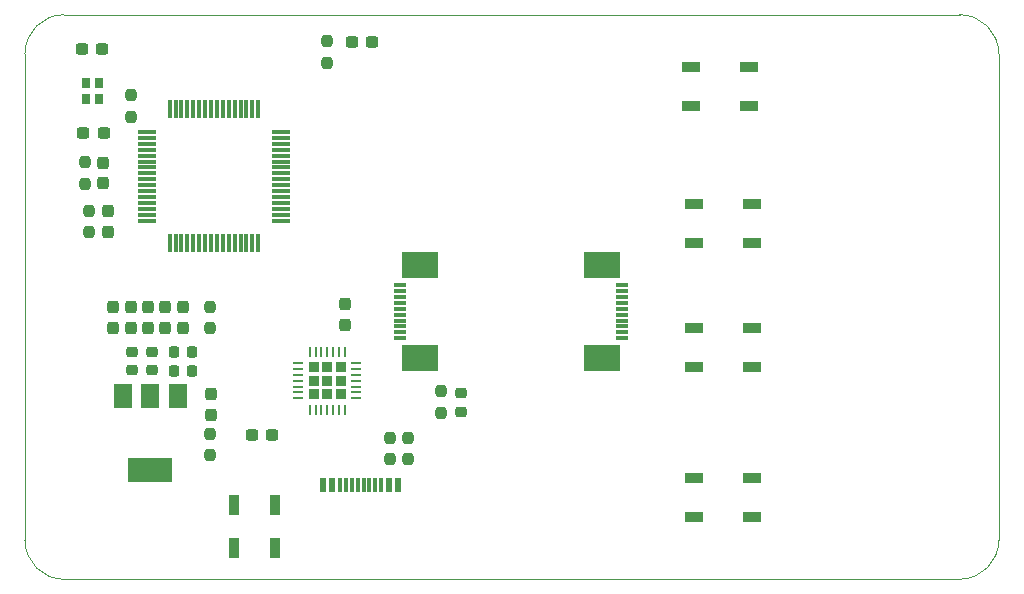
<source format=gtp>
%TF.GenerationSoftware,KiCad,Pcbnew,7.0.2-0*%
%TF.CreationDate,2024-05-28T17:42:11+08:00*%
%TF.ProjectId,angle_detect,616e676c-655f-4646-9574-6563742e6b69,rev?*%
%TF.SameCoordinates,Original*%
%TF.FileFunction,Paste,Top*%
%TF.FilePolarity,Positive*%
%FSLAX46Y46*%
G04 Gerber Fmt 4.6, Leading zero omitted, Abs format (unit mm)*
G04 Created by KiCad (PCBNEW 7.0.2-0) date 2024-05-28 17:42:11*
%MOMM*%
%LPD*%
G01*
G04 APERTURE LIST*
G04 Aperture macros list*
%AMRoundRect*
0 Rectangle with rounded corners*
0 $1 Rounding radius*
0 $2 $3 $4 $5 $6 $7 $8 $9 X,Y pos of 4 corners*
0 Add a 4 corners polygon primitive as box body*
4,1,4,$2,$3,$4,$5,$6,$7,$8,$9,$2,$3,0*
0 Add four circle primitives for the rounded corners*
1,1,$1+$1,$2,$3*
1,1,$1+$1,$4,$5*
1,1,$1+$1,$6,$7*
1,1,$1+$1,$8,$9*
0 Add four rect primitives between the rounded corners*
20,1,$1+$1,$2,$3,$4,$5,0*
20,1,$1+$1,$4,$5,$6,$7,0*
20,1,$1+$1,$6,$7,$8,$9,0*
20,1,$1+$1,$8,$9,$2,$3,0*%
G04 Aperture macros list end*
%ADD10R,0.800000X0.900000*%
%ADD11RoundRect,0.237500X-0.237500X0.250000X-0.237500X-0.250000X0.237500X-0.250000X0.237500X0.250000X0*%
%ADD12RoundRect,0.225000X0.225000X0.250000X-0.225000X0.250000X-0.225000X-0.250000X0.225000X-0.250000X0*%
%ADD13RoundRect,0.225000X0.225000X-0.225000X0.225000X0.225000X-0.225000X0.225000X-0.225000X-0.225000X0*%
%ADD14RoundRect,0.062500X0.062500X-0.337500X0.062500X0.337500X-0.062500X0.337500X-0.062500X-0.337500X0*%
%ADD15RoundRect,0.062500X0.337500X-0.062500X0.337500X0.062500X-0.337500X0.062500X-0.337500X-0.062500X0*%
%ADD16RoundRect,0.237500X-0.237500X0.300000X-0.237500X-0.300000X0.237500X-0.300000X0.237500X0.300000X0*%
%ADD17R,1.100000X0.300000*%
%ADD18R,3.100000X2.300000*%
%ADD19RoundRect,0.218750X-0.256250X0.218750X-0.256250X-0.218750X0.256250X-0.218750X0.256250X0.218750X0*%
%ADD20RoundRect,0.225000X0.250000X-0.225000X0.250000X0.225000X-0.250000X0.225000X-0.250000X-0.225000X0*%
%ADD21RoundRect,0.075000X-0.700000X-0.075000X0.700000X-0.075000X0.700000X0.075000X-0.700000X0.075000X0*%
%ADD22RoundRect,0.075000X-0.075000X-0.700000X0.075000X-0.700000X0.075000X0.700000X-0.075000X0.700000X0*%
%ADD23RoundRect,0.237500X0.300000X0.237500X-0.300000X0.237500X-0.300000X-0.237500X0.300000X-0.237500X0*%
%ADD24R,0.600000X1.240000*%
%ADD25R,0.300000X1.240000*%
%ADD26RoundRect,0.237500X0.237500X-0.250000X0.237500X0.250000X-0.237500X0.250000X-0.237500X-0.250000X0*%
%ADD27RoundRect,0.237500X-0.300000X-0.237500X0.300000X-0.237500X0.300000X0.237500X-0.300000X0.237500X0*%
%ADD28R,1.500000X2.000000*%
%ADD29R,3.800000X2.000000*%
%ADD30RoundRect,0.237500X0.237500X-0.300000X0.237500X0.300000X-0.237500X0.300000X-0.237500X-0.300000X0*%
%ADD31R,1.500000X0.900000*%
%ADD32R,0.900000X1.700000*%
%ADD33RoundRect,0.237500X0.237500X-0.287500X0.237500X0.287500X-0.237500X0.287500X-0.237500X-0.287500X0*%
%TA.AperFunction,Profile*%
%ADD34C,0.100000*%
%TD*%
G04 APERTURE END LIST*
D10*
%TO.C,Y2*%
X62889800Y-50734000D03*
X62889800Y-52134000D03*
X63989800Y-52134000D03*
X63989800Y-50734000D03*
%TD*%
D11*
%TO.C,R2*%
X90170000Y-80772000D03*
X90170000Y-82597000D03*
%TD*%
%TO.C,R8*%
X73380600Y-69700300D03*
X73380600Y-71525300D03*
%TD*%
D12*
%TO.C,C4*%
X71882600Y-73558400D03*
X70332600Y-73558400D03*
%TD*%
%TO.C,C3*%
X71882000Y-75107800D03*
X70332000Y-75107800D03*
%TD*%
D11*
%TO.C,R6*%
X66649600Y-51765200D03*
X66649600Y-53590200D03*
%TD*%
D13*
%TO.C,U3*%
X82192000Y-77066000D03*
X83312000Y-77066000D03*
X84432000Y-77066000D03*
X82192000Y-75946000D03*
X83312000Y-75946000D03*
X84432000Y-75946000D03*
X82192000Y-74826000D03*
X83312000Y-74826000D03*
X84432000Y-74826000D03*
D14*
X81812000Y-78396000D03*
X82312000Y-78396000D03*
X82812000Y-78396000D03*
X83312000Y-78396000D03*
X83812000Y-78396000D03*
X84312000Y-78396000D03*
X84812000Y-78396000D03*
D15*
X85762000Y-77446000D03*
X85762000Y-76946000D03*
X85762000Y-76446000D03*
X85762000Y-75946000D03*
X85762000Y-75446000D03*
X85762000Y-74946000D03*
X85762000Y-74446000D03*
D14*
X84812000Y-73496000D03*
X84312000Y-73496000D03*
X83812000Y-73496000D03*
X83312000Y-73496000D03*
X82812000Y-73496000D03*
X82312000Y-73496000D03*
X81812000Y-73496000D03*
D15*
X80862000Y-74446000D03*
X80862000Y-74946000D03*
X80862000Y-75446000D03*
X80862000Y-75946000D03*
X80862000Y-76446000D03*
X80862000Y-76946000D03*
X80862000Y-77446000D03*
%TD*%
D16*
%TO.C,C12*%
X69596000Y-69749500D03*
X69596000Y-71474500D03*
%TD*%
D17*
%TO.C,J6*%
X89419000Y-72354000D03*
X89419000Y-71854000D03*
X89419000Y-71354000D03*
X89419000Y-70854000D03*
X89419000Y-70354000D03*
X89419000Y-69854000D03*
X89419000Y-69354000D03*
X89419000Y-68854000D03*
X89419000Y-68354000D03*
X89419000Y-67854000D03*
D18*
X91119000Y-74024000D03*
X91119000Y-66184000D03*
%TD*%
D19*
%TO.C,power_led1*%
X94640400Y-76987300D03*
X94640400Y-78562300D03*
%TD*%
D20*
%TO.C,C6*%
X66776600Y-75032200D03*
X66776600Y-73482200D03*
%TD*%
D11*
%TO.C,R7*%
X73355200Y-80445600D03*
X73355200Y-82270600D03*
%TD*%
D21*
%TO.C,U1*%
X68035800Y-54898600D03*
X68035800Y-55398600D03*
X68035800Y-55898600D03*
X68035800Y-56398600D03*
X68035800Y-56898600D03*
X68035800Y-57398600D03*
X68035800Y-57898600D03*
X68035800Y-58398600D03*
X68035800Y-58898600D03*
X68035800Y-59398600D03*
X68035800Y-59898600D03*
X68035800Y-60398600D03*
X68035800Y-60898600D03*
X68035800Y-61398600D03*
X68035800Y-61898600D03*
X68035800Y-62398600D03*
D22*
X69960800Y-64323600D03*
X70460800Y-64323600D03*
X70960800Y-64323600D03*
X71460800Y-64323600D03*
X71960800Y-64323600D03*
X72460800Y-64323600D03*
X72960800Y-64323600D03*
X73460800Y-64323600D03*
X73960800Y-64323600D03*
X74460800Y-64323600D03*
X74960800Y-64323600D03*
X75460800Y-64323600D03*
X75960800Y-64323600D03*
X76460800Y-64323600D03*
X76960800Y-64323600D03*
X77460800Y-64323600D03*
D21*
X79385800Y-62398600D03*
X79385800Y-61898600D03*
X79385800Y-61398600D03*
X79385800Y-60898600D03*
X79385800Y-60398600D03*
X79385800Y-59898600D03*
X79385800Y-59398600D03*
X79385800Y-58898600D03*
X79385800Y-58398600D03*
X79385800Y-57898600D03*
X79385800Y-57398600D03*
X79385800Y-56898600D03*
X79385800Y-56398600D03*
X79385800Y-55898600D03*
X79385800Y-55398600D03*
X79385800Y-54898600D03*
D22*
X77460800Y-52973600D03*
X76960800Y-52973600D03*
X76460800Y-52973600D03*
X75960800Y-52973600D03*
X75460800Y-52973600D03*
X74960800Y-52973600D03*
X74460800Y-52973600D03*
X73960800Y-52973600D03*
X73460800Y-52973600D03*
X72960800Y-52973600D03*
X72460800Y-52973600D03*
X71960800Y-52973600D03*
X71460800Y-52973600D03*
X70960800Y-52973600D03*
X70460800Y-52973600D03*
X69960800Y-52973600D03*
%TD*%
D23*
%TO.C,C7*%
X64268600Y-47851600D03*
X62543600Y-47851600D03*
%TD*%
D16*
%TO.C,C2*%
X84836000Y-69495500D03*
X84836000Y-71220500D03*
%TD*%
%TO.C,C14*%
X64338200Y-57482400D03*
X64338200Y-59207400D03*
%TD*%
D24*
%TO.C,J3*%
X82926000Y-84773400D03*
X83726000Y-84773400D03*
D25*
X84876000Y-84773400D03*
X85876000Y-84773400D03*
X86376000Y-84773400D03*
X87376000Y-84773400D03*
D24*
X88526000Y-84773400D03*
X89326000Y-84773400D03*
X89326000Y-84773400D03*
X88526000Y-84773400D03*
D25*
X87876000Y-84773400D03*
X86876000Y-84773400D03*
X85376000Y-84773400D03*
X84376000Y-84773400D03*
D24*
X83726000Y-84773400D03*
X82926000Y-84773400D03*
%TD*%
D11*
%TO.C,R1*%
X88646000Y-80772000D03*
X88646000Y-82597000D03*
%TD*%
D26*
%TO.C,R5*%
X62814200Y-59254400D03*
X62814200Y-57429400D03*
%TD*%
D27*
%TO.C,C8*%
X62643000Y-55014400D03*
X64368000Y-55014400D03*
%TD*%
D28*
%TO.C,U4*%
X70626000Y-77215200D03*
X68326000Y-77215200D03*
D29*
X68326000Y-83515200D03*
D28*
X66026000Y-77215200D03*
%TD*%
D17*
%TO.C,J8*%
X108284000Y-67854000D03*
X108284000Y-68354000D03*
X108284000Y-68854000D03*
X108284000Y-69354000D03*
X108284000Y-69854000D03*
X108284000Y-70354000D03*
X108284000Y-70854000D03*
X108284000Y-71354000D03*
X108284000Y-71854000D03*
X108284000Y-72354000D03*
D18*
X106584000Y-66184000D03*
X106584000Y-74024000D03*
%TD*%
D11*
%TO.C,R4*%
X83286600Y-47222400D03*
X83286600Y-49047400D03*
%TD*%
D26*
%TO.C,R9*%
X63144400Y-63396500D03*
X63144400Y-61571500D03*
%TD*%
D16*
%TO.C,C11*%
X68122800Y-69747300D03*
X68122800Y-71472300D03*
%TD*%
D30*
%TO.C,C15*%
X64770000Y-63346500D03*
X64770000Y-61621500D03*
%TD*%
D31*
%TO.C,D3*%
X119290000Y-74802000D03*
X119290000Y-71502000D03*
X114390000Y-71502000D03*
X114390000Y-74802000D03*
%TD*%
D32*
%TO.C,SW2*%
X75439800Y-86512400D03*
X78839800Y-86512400D03*
%TD*%
D27*
%TO.C,user_led1*%
X85395900Y-47269400D03*
X87120900Y-47269400D03*
%TD*%
D16*
%TO.C,C10*%
X66649600Y-69748400D03*
X66649600Y-71473400D03*
%TD*%
D11*
%TO.C,R3*%
X92938600Y-76862300D03*
X92938600Y-78687300D03*
%TD*%
D31*
%TO.C,D4*%
X119290000Y-87502000D03*
X119290000Y-84202000D03*
X114390000Y-84202000D03*
X114390000Y-87502000D03*
%TD*%
D27*
%TO.C,C1*%
X76911200Y-80568800D03*
X78636200Y-80568800D03*
%TD*%
D31*
%TO.C,D2*%
X119290000Y-64286400D03*
X119290000Y-60986400D03*
X114390000Y-60986400D03*
X114390000Y-64286400D03*
%TD*%
D16*
%TO.C,C9*%
X65176400Y-69748400D03*
X65176400Y-71473400D03*
%TD*%
D20*
%TO.C,C5*%
X68453000Y-75083000D03*
X68453000Y-73533000D03*
%TD*%
D33*
%TO.C,D5*%
X73431400Y-78827600D03*
X73431400Y-77077600D03*
%TD*%
D16*
%TO.C,C13*%
X71069200Y-69747300D03*
X71069200Y-71472300D03*
%TD*%
D31*
%TO.C,D1*%
X119036000Y-52704000D03*
X119036000Y-49404000D03*
X114136000Y-49404000D03*
X114136000Y-52704000D03*
%TD*%
D32*
%TO.C,SW1*%
X75439800Y-90093800D03*
X78839800Y-90093800D03*
%TD*%
D34*
X140157200Y-48260000D02*
G75*
G03*
X136855200Y-44958000I-3302000J0D01*
G01*
X57708800Y-48260000D02*
X57708800Y-89458800D01*
X61010800Y-44958000D02*
G75*
G03*
X57708800Y-48260000I0J-3302000D01*
G01*
X136855200Y-44958000D02*
X61010800Y-44958000D01*
X140157200Y-48260000D02*
X140157200Y-89458800D01*
X57708800Y-89458800D02*
G75*
G03*
X61010800Y-92760800I3302000J0D01*
G01*
X61010800Y-92760800D02*
X136855200Y-92760800D01*
X136855200Y-92760800D02*
G75*
G03*
X140157200Y-89458800I0J3302000D01*
G01*
M02*

</source>
